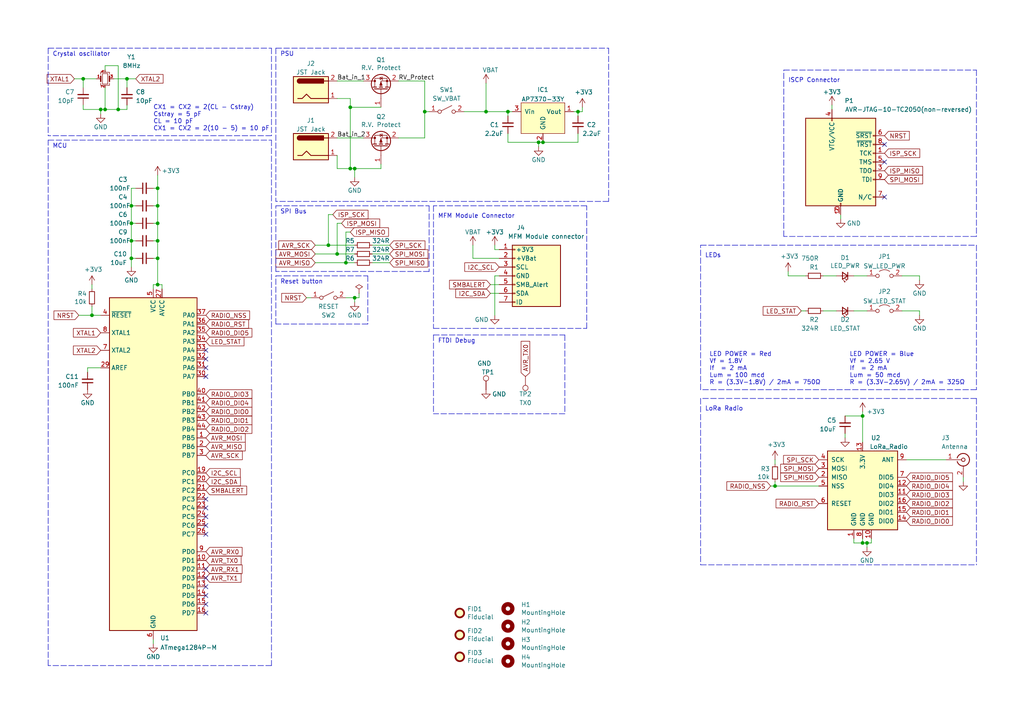
<source format=kicad_sch>
(kicad_sch (version 20211123) (generator eeschema)
  (paper "A4")
  (title_block (title "MFM Brain board") (date "2022-02-10") (rev "v3.7") (company "Senwize B.V."))
  (lib_symbols
    (symbol "Connector:Conn_Coaxial" (pin_names (offset 1.016) hide)
      (property "Reference" "J" (at 0.254 3.048 0))
      (property "Value" "Conn_Coaxial" (at 2.921 0 90))
      (symbol "Conn_Coaxial_1_1"
        (pin passive line (at -5.08 0 0) (length 2.54) (name "In") (number "1"))
        (pin passive line (at 0 -5.08 90) (length 2.54) (name "Ext") (number "2"))
      )
    )
    (symbol "Connector:TestPoint" (pin_numbers hide) (pin_names (offset 0.762) hide)
      (property "Reference" "TP" (at 0 6.858 0))
      (property "Value" "TestPoint" (at 0 5.08 0))
      (symbol "TestPoint_1_1"
        (pin passive line (at 0 0 90) (length 2.54) (name "1") (number "1"))
      )
    )
    (symbol "Device:C_Small" (pin_numbers hide) (pin_names (offset 0.254) hide)
      (property "Reference" "C" (at 0.254 1.778 0))
      (property "Value" "C_Small" (at 0.254 -2.032 0))
      (symbol "C_Small_1_1"
        (pin passive line (at 0 2.54 270) (length 2.032) (name "~") (number "1"))
        (pin passive line (at 0 -2.54 90) (length 2.032) (name "~") (number "2"))
      )
    )
    (symbol "Device:Crystal_GND24_Small" (pin_names (offset 1.016) hide)
      (property "Reference" "Y" (at 1.27 4.445 0))
      (property "Value" "Crystal_GND24_Small" (at 1.27 2.54 0))
      (symbol "Crystal_GND24_Small_1_1"
        (pin passive line (at -2.54 0 0) (length 1.27) (name "1") (number "1"))
        (pin passive line (at 0 -2.54 90) (length 0.635) (name "2") (number "2"))
        (pin passive line (at 2.54 0 180) (length 1.27) (name "3") (number "3"))
        (pin passive line (at 0 2.54 270) (length 0.635) (name "4") (number "4"))
      )
    )
    (symbol "Device:LED_Small" (pin_numbers hide) (pin_names (offset 0.254) hide)
      (property "Reference" "D" (at -1.27 3.175 0))
      (property "Value" "LED_Small" (at -4.445 -2.54 0))
      (symbol "LED_Small_1_1"
        (pin passive line (at -2.54 0 0) (length 1.778) (name "K") (number "1"))
        (pin passive line (at 2.54 0 180) (length 1.778) (name "A") (number "2"))
      )
    )
    (symbol "Device:Q_PMOS_GSD" (pin_names (offset 0) hide)
      (property "Reference" "Q" (at 5.08 1.27 0))
      (property "Value" "Q_PMOS_GSD" (at 5.08 -1.27 0))
      (symbol "Q_PMOS_GSD_1_1"
        (pin input line (at -5.08 0 0) (length 2.54) (name "G") (number "1"))
        (pin passive line (at 2.54 -5.08 90) (length 2.54) (name "S") (number "2"))
        (pin passive line (at 2.54 5.08 270) (length 2.54) (name "D") (number "3"))
      )
    )
    (symbol "Device:R_Small" (pin_numbers hide) (pin_names (offset 0.254) hide)
      (property "Reference" "R" (at 0.762 0.508 0))
      (property "Value" "R_Small" (at 0.762 -1.016 0))
      (symbol "R_Small_1_1"
        (pin passive line (at 0 2.54 270) (length 0.762) (name "~") (number "1"))
        (pin passive line (at 0 -2.54 90) (length 0.762) (name "~") (number "2"))
      )
    )
    (symbol "Jumper:Jumper_2_Open" (pin_names (offset 0) hide)
      (property "Reference" "JP" (at 0 2.794 0))
      (property "Value" "Jumper_2_Open" (at 0 -2.286 0))
      (symbol "Jumper_2_Open_1_1"
        (pin passive line (at -5.08 0 0) (length 2.54) (name "A") (number "1"))
        (pin passive line (at 5.08 0 180) (length 2.54) (name "B") (number "2"))
      )
    )
    (symbol "MCU_Microchip_ATmega:ATmega1284P-M"
      (property "Reference" "U" (at -12.7 49.53 0))
      (property "Value" "ATmega1284P-M" (at 2.54 -49.53 0))
      (symbol "ATmega1284P-M_1_1"
        (pin bidirectional line (at 15.24 7.62 180) (length 2.54) (name "PB5") (number "1"))
        (pin bidirectional line (at 15.24 -27.94 180) (length 2.54) (name "PD1") (number "10"))
        (pin bidirectional line (at 15.24 -30.48 180) (length 2.54) (name "PD2") (number "11"))
        (pin bidirectional line (at 15.24 -33.02 180) (length 2.54) (name "PD3") (number "12"))
        (pin bidirectional line (at 15.24 -35.56 180) (length 2.54) (name "PD4") (number "13"))
        (pin bidirectional line (at 15.24 -38.1 180) (length 2.54) (name "PD5") (number "14"))
        (pin bidirectional line (at 15.24 -40.64 180) (length 2.54) (name "PD6") (number "15"))
        (pin bidirectional line (at 15.24 -43.18 180) (length 2.54) (name "PD7") (number "16"))
        (pin passive line (at 0 50.8 270) (length 2.54) hide (name "VCC") (number "17"))
        (pin passive line (at 0 -50.8 90) (length 2.54) hide (name "GND") (number "18"))
        (pin bidirectional line (at 15.24 -2.54 180) (length 2.54) (name "PC0") (number "19"))
        (pin bidirectional line (at 15.24 5.08 180) (length 2.54) (name "PB6") (number "2"))
        (pin bidirectional line (at 15.24 -5.08 180) (length 2.54) (name "PC1") (number "20"))
        (pin bidirectional line (at 15.24 -7.62 180) (length 2.54) (name "PC2") (number "21"))
        (pin bidirectional line (at 15.24 -10.16 180) (length 2.54) (name "PC3") (number "22"))
        (pin bidirectional line (at 15.24 -12.7 180) (length 2.54) (name "PC4") (number "23"))
        (pin bidirectional line (at 15.24 -15.24 180) (length 2.54) (name "PC5") (number "24"))
        (pin bidirectional line (at 15.24 -17.78 180) (length 2.54) (name "PC6") (number "25"))
        (pin bidirectional line (at 15.24 -20.32 180) (length 2.54) (name "PC7") (number "26"))
        (pin power_in line (at 2.54 50.8 270) (length 2.54) (name "AVCC") (number "27"))
        (pin passive line (at 0 -50.8 90) (length 2.54) hide (name "GND") (number "28"))
        (pin passive line (at -15.24 27.94 0) (length 2.54) (name "AREF") (number "29"))
        (pin bidirectional line (at 15.24 2.54 180) (length 2.54) (name "PB7") (number "3"))
        (pin bidirectional line (at 15.24 25.4 180) (length 2.54) (name "PA7") (number "30"))
        (pin bidirectional line (at 15.24 27.94 180) (length 2.54) (name "PA6") (number "31"))
        (pin bidirectional line (at 15.24 30.48 180) (length 2.54) (name "PA5") (number "32"))
        (pin bidirectional line (at 15.24 33.02 180) (length 2.54) (name "PA4") (number "33"))
        (pin bidirectional line (at 15.24 35.56 180) (length 2.54) (name "PA3") (number "34"))
        (pin bidirectional line (at 15.24 38.1 180) (length 2.54) (name "PA2") (number "35"))
        (pin bidirectional line (at 15.24 40.64 180) (length 2.54) (name "PA1") (number "36"))
        (pin bidirectional line (at 15.24 43.18 180) (length 2.54) (name "PA0") (number "37"))
        (pin passive line (at 0 50.8 270) (length 2.54) hide (name "VCC") (number "38"))
        (pin passive line (at 0 -50.8 90) (length 2.54) hide (name "GND") (number "39"))
        (pin input line (at -15.24 43.18 0) (length 2.54) (name "~{RESET}") (number "4"))
        (pin bidirectional line (at 15.24 20.32 180) (length 2.54) (name "PB0") (number "40"))
        (pin bidirectional line (at 15.24 17.78 180) (length 2.54) (name "PB1") (number "41"))
        (pin bidirectional line (at 15.24 15.24 180) (length 2.54) (name "PB2") (number "42"))
        (pin bidirectional line (at 15.24 12.7 180) (length 2.54) (name "PB3") (number "43"))
        (pin bidirectional line (at 15.24 10.16 180) (length 2.54) (name "PB4") (number "44"))
        (pin passive line (at 0 -50.8 90) (length 2.54) hide (name "GND") (number "45"))
        (pin power_in line (at 0 50.8 270) (length 2.54) (name "VCC") (number "5"))
        (pin power_in line (at 0 -50.8 90) (length 2.54) (name "GND") (number "6"))
        (pin output line (at -15.24 33.02 0) (length 2.54) (name "XTAL2") (number "7"))
        (pin input line (at -15.24 38.1 0) (length 2.54) (name "XTAL1") (number "8"))
        (pin bidirectional line (at 15.24 -25.4 180) (length 2.54) (name "PD0") (number "9"))
      )
    )
    (symbol "Mechanical:Fiducial"
      (property "Reference" "FID" (at 0 5.08 0))
      (property "Value" "Fiducial" (at 0 3.175 0))
    )
    (symbol "Mechanical:MountingHole" (pin_names (offset 1.016))
      (property "Reference" "H" (at 0 5.08 0))
      (property "Value" "MountingHole" (at 0 3.175 0))
    )
    (symbol "RF_Module:RFM95W-868S2" (pin_names (offset 1.016))
      (property "Reference" "U" (at -10.414 11.684 0))
      (property "Value" "RFM95W-868S2" (at 1.524 11.43 0))
      (symbol "RFM95W-868S2_1_1"
        (pin power_in line (at -2.54 -15.24 90) (length 2.54) (name "GND") (number "1"))
        (pin power_in line (at 2.54 -15.24 90) (length 2.54) (name "GND") (number "10"))
        (pin bidirectional line (at 12.7 -2.54 180) (length 2.54) (name "DIO3") (number "11"))
        (pin bidirectional line (at 12.7 0 180) (length 2.54) (name "DIO4") (number "12"))
        (pin power_in line (at 0 12.7 270) (length 2.54) (name "3.3V") (number "13"))
        (pin bidirectional line (at 12.7 -10.16 180) (length 2.54) (name "DIO0") (number "14"))
        (pin bidirectional line (at 12.7 -7.62 180) (length 2.54) (name "DIO1") (number "15"))
        (pin bidirectional line (at 12.7 -5.08 180) (length 2.54) (name "DIO2") (number "16"))
        (pin output line (at -12.7 2.54 0) (length 2.54) (name "MISO") (number "2"))
        (pin input line (at -12.7 5.08 0) (length 2.54) (name "MOSI") (number "3"))
        (pin input line (at -12.7 7.62 0) (length 2.54) (name "SCK") (number "4"))
        (pin input line (at -12.7 0 0) (length 2.54) (name "NSS") (number "5"))
        (pin bidirectional line (at -12.7 -5.08 0) (length 2.54) (name "RESET") (number "6"))
        (pin bidirectional line (at 12.7 2.54 180) (length 2.54) (name "DIO5") (number "7"))
        (pin power_in line (at 0 -15.24 90) (length 2.54) (name "GND") (number "8"))
        (pin bidirectional line (at 12.7 7.62 180) (length 2.54) (name "ANT") (number "9"))
      )
    )
    (symbol "Switch:SW_SPST" (pin_names (offset 0) hide)
      (property "Reference" "SW" (at 0 3.175 0))
      (property "Value" "SW_SPST" (at 0 -2.54 0))
      (symbol "SW_SPST_1_1"
        (pin passive line (at -5.08 0 0) (length 2.54) (name "A") (number "1"))
        (pin passive line (at 5.08 0 180) (length 2.54) (name "B") (number "2"))
      )
    )
    (symbol "Tag-Connect:AVR-JTAG-10-TC2050(non-reversed)" (pin_names (offset 1.016))
      (property "Reference" "P" (at 3.81 16.51 0))
      (property "Value" "AVR-JTAG-10-TC2050(non-reversed)" (at 1.27 13.97 0))
      (symbol "AVR-JTAG-10-TC2050(non-reversed)_1_1"
        (pin passive line (at 12.7 2.54 180) (length 2.54) (name "TCK") (number "1"))
        (pin passive line (at 0 -15.24 90) (length 2.54) (name "GND") (number "10"))
        (pin passive line (at 0 -15.24 90) (length 2.54) (name "GND") (number "2"))
        (pin passive line (at 12.7 -2.54 180) (length 2.54) (name "TDO") (number "3"))
        (pin passive line (at -2.54 15.24 270) (length 2.54) (name "VTG/VCC") (number "4"))
        (pin passive line (at 12.7 0 180) (length 2.54) (name "TMS") (number "5"))
        (pin passive line (at 12.7 7.62 180) (length 2.54) (name "~{SRST}") (number "6"))
        (pin passive line (at 12.7 -10.16 180) (length 2.54) (name "N/C") (number "7"))
        (pin passive line (at 12.7 5.08 180) (length 2.54) (name "~{TRST}") (number "8"))
        (pin passive line (at 12.7 -5.08 180) (length 2.54) (name "TDI") (number "9"))
      )
    )
    (symbol "custom_library:AP7370-33Y" (pin_names (offset 1.016))
      (property "Reference" "IC" (at -5.08 5.08 0))
      (property "Value" "AP7370-33Y" (at 6.35 5.08 0))
      (symbol "AP7370-33Y_1_1"
        (pin power_out line (at 8.89 1.27 180) (length 2.54) (name "Vout") (number "1"))
        (pin power_in line (at 0 -7.62 90) (length 2.54) (name "GND") (number "2"))
        (pin power_in line (at -8.89 1.27 0) (length 2.54) (name "Vin") (number "3"))
      )
    )
    (symbol "custom_library:MFM Module connector" (pin_names (offset 1.016))
      (property "Reference" "J" (at 0 10.16 0))
      (property "Value" "MFM Module connector" (at 2.54 10.16 0))
      (symbol "MFM Module connector_1_1"
        (pin passive line (at -5.08 7.62 0) (length 3.81) (name "+3V3") (number "1"))
        (pin passive line (at -5.08 5.08 0) (length 3.81) (name "+VBat") (number "2"))
        (pin passive line (at -5.08 2.54 0) (length 3.81) (name "SCL") (number "3"))
        (pin passive line (at -5.08 0 0) (length 3.81) (name "GND") (number "4"))
        (pin passive line (at -5.08 -2.54 0) (length 3.81) (name "SMB_Alert") (number "5"))
        (pin passive line (at -5.08 -5.08 0) (length 3.81) (name "SDA") (number "6"))
        (pin passive line (at -5.08 -7.62 0) (length 3.81) (name "ID") (number "7"))
      )
    )
    (symbol "mfm-v3-smd-rescue:JST_Jack-Connector" (pin_names (offset 1.016))
      (property "Reference" "J" (at 0 5.334 0))
      (property "Value" "JST_Jack-Connector" (at 0 -5.08 0))
      (symbol "JST_Jack-Connector_1_1"
        (pin passive line (at 7.62 -2.54 180) (length 2.54) (name "~") (number "1"))
        (pin passive line (at 7.62 2.54 180) (length 2.54) (name "~") (number "2"))
      )
    )
    (symbol "power:+3.3V" (power) (pin_names (offset 0))
      (property "Value" "+3.3V" (at 0 3.556 0))
      (symbol "+3.3V_1_1"
        (pin power_in line (at 0 0 90) (length 0) hide (name "+3V3") (number "1"))
      )
    )
    (symbol "power:GND" (power) (pin_names (offset 0))
      (property "Value" "GND" (at 0 -3.81 0))
      (symbol "GND_1_1"
        (pin power_in line (at 0 0 270) (length 0) hide (name "GND") (number "1"))
      )
    )
    (symbol "power:PWR_FLAG" (power) (pin_numbers hide) (pin_names (offset 0) hide)
      (property "Value" "PWR_FLAG" (at 0 3.81 0))
      (symbol "PWR_FLAG_0_0"
        (pin power_out line (at 0 0 90) (length 0) (name "pwr") (number "1"))
      )
    )
    (symbol "project:VBAT" (power) (pin_numbers hide) (pin_names (offset 0) hide)
      (property "Value" "VBAT" (at 0 3.556 0))
      (symbol "VBAT_1_1"
        (pin power_in line (at 0 0 90) (length 0) hide (name "VBAT") (number "1"))
      )
    )
  )
  (junction (at 224.79 140.97))
  (junction (at 101.6 31.115))
  (junction (at 30.48 31.75))
  (junction (at 100.33 76.2))
  (junction (at 34.29 31.75))
  (junction (at 38.1 64.77))
  (junction (at 29.21 31.75))
  (junction (at 38.1 74.93))
  (junction (at 250.19 157.48))
  (junction (at 102.87 48.895))
  (junction (at 250.19 120.65))
  (junction (at 147.32 32.385))
  (junction (at 157.48 41.275))
  (junction (at 101.6 48.895))
  (junction (at 251.46 157.48))
  (junction (at 45.72 54.61))
  (junction (at 24.13 22.86))
  (junction (at 38.1 69.85))
  (junction (at 36.83 22.86))
  (junction (at 156.21 41.275))
  (junction (at 45.72 69.85))
  (junction (at 167.64 32.385))
  (junction (at 140.97 32.385))
  (junction (at 45.72 82.55))
  (junction (at 95.25 71.12))
  (junction (at 97.79 73.66))
  (junction (at 26.67 91.44))
  (junction (at 102.87 86.36))
  (junction (at 45.72 64.77))
  (junction (at 123.19 32.385))
  (junction (at 45.72 74.93))
  (junction (at 38.1 59.69))
  (junction (at 45.72 59.69))
  (no_connect (at 59.69 101.6))
  (no_connect (at 59.69 104.14))
  (no_connect (at 59.69 147.32))
  (no_connect (at 59.69 109.22))
  (no_connect (at 256.54 41.91))
  (no_connect (at 256.54 57.15))
  (no_connect (at 256.54 46.99))
  (no_connect (at 59.69 165.1))
  (no_connect (at 59.69 175.26))
  (no_connect (at 59.69 170.18))
  (no_connect (at 59.69 177.8))
  (no_connect (at 59.69 149.86))
  (no_connect (at 59.69 167.64))
  (no_connect (at 59.69 154.94))
  (no_connect (at 59.69 106.68))
  (no_connect (at 59.69 172.72))
  (no_connect (at 59.69 152.4))
  (no_connect (at 59.69 144.78))
  (wire (pts (xy 95.25 71.12) (xy 102.87 71.12)))
  (polyline (pts (xy 13.97 13.97) (xy 13.97 39.37)))
  (wire (pts (xy 45.72 82.55) (xy 46.99 82.55)))
  (wire (pts (xy 137.16 74.93) (xy 144.78 74.93)))
  (wire (pts (xy 261.62 80.01) (xy 266.7 80.01)))
  (polyline (pts (xy 124.46 78.74) (xy 80.01 78.74)))
  (wire (pts (xy 143.51 72.39) (xy 144.78 72.39)))
  (wire (pts (xy 36.83 30.48) (xy 36.83 31.75)))
  (polyline (pts (xy 80.01 93.98) (xy 80.01 80.01)))
  (wire (pts (xy 148.59 32.385) (xy 147.32 32.385)))
  (wire (pts (xy 100.33 67.31) (xy 100.33 76.2)))
  (wire (pts (xy 97.79 23.495) (xy 105.41 23.495)))
  (wire (pts (xy 36.83 22.86) (xy 36.83 25.4)))
  (wire (pts (xy 45.72 59.69) (xy 44.45 59.69)))
  (wire (pts (xy 38.1 54.61) (xy 38.1 59.69)))
  (wire (pts (xy 252.73 157.48) (xy 252.73 156.21)))
  (wire (pts (xy 224.79 139.7) (xy 224.79 140.97)))
  (wire (pts (xy 147.32 38.735) (xy 147.32 41.275)))
  (wire (pts (xy 115.57 40.005) (xy 123.19 40.005)))
  (wire (pts (xy 39.37 54.61) (xy 38.1 54.61)))
  (wire (pts (xy 45.72 74.93) (xy 45.72 82.55)))
  (wire (pts (xy 142.24 85.09) (xy 144.78 85.09)))
  (wire (pts (xy 39.37 22.86) (xy 36.83 22.86)))
  (wire (pts (xy 156.21 41.275) (xy 157.48 41.275)))
  (wire (pts (xy 140.97 32.385) (xy 147.32 32.385)))
  (wire (pts (xy 123.19 32.385) (xy 123.19 23.495)))
  (polyline (pts (xy 106.68 93.98) (xy 80.01 93.98)))
  (wire (pts (xy 262.89 133.35) (xy 274.32 133.35)))
  (wire (pts (xy 250.19 157.48) (xy 251.46 157.48)))
  (wire (pts (xy 247.65 90.17) (xy 251.46 90.17)))
  (polyline (pts (xy 283.21 115.57) (xy 203.2 115.57)))
  (wire (pts (xy 44.45 185.42) (xy 44.45 186.69)))
  (polyline (pts (xy 78.74 40.64) (xy 78.74 193.04)))
  (wire (pts (xy 30.48 19.05) (xy 34.29 19.05)))
  (wire (pts (xy 101.6 28.575) (xy 101.6 31.115)))
  (wire (pts (xy 33.02 22.86) (xy 36.83 22.86)))
  (wire (pts (xy 24.13 30.48) (xy 24.13 31.75)))
  (wire (pts (xy 261.62 90.17) (xy 266.7 90.17)))
  (wire (pts (xy 157.48 41.275) (xy 167.64 41.275)))
  (wire (pts (xy 147.32 41.275) (xy 156.21 41.275)))
  (polyline (pts (xy 124.46 59.69) (xy 124.46 78.74)))
  (polyline (pts (xy 13.97 193.04) (xy 13.97 40.64)))
  (polyline (pts (xy 106.68 80.01) (xy 106.68 93.98)))
  (wire (pts (xy 251.46 80.01) (xy 247.65 80.01)))
  (wire (pts (xy 140.97 24.13) (xy 140.97 32.385)))
  (polyline (pts (xy 283.21 71.12) (xy 283.21 113.03)))
  (wire (pts (xy 29.21 31.75) (xy 30.48 31.75)))
  (polyline (pts (xy 203.2 163.83) (xy 283.21 163.83)))
  (wire (pts (xy 101.6 31.115) (xy 101.6 48.895)))
  (wire (pts (xy 97.79 73.66) (xy 102.87 73.66)))
  (wire (pts (xy 38.1 59.69) (xy 38.1 64.77)))
  (wire (pts (xy 46.99 82.55) (xy 46.99 83.82)))
  (wire (pts (xy 247.65 157.48) (xy 247.65 156.21)))
  (wire (pts (xy 250.19 119.38) (xy 250.19 120.65)))
  (wire (pts (xy 243.84 62.23) (xy 243.84 63.5)))
  (wire (pts (xy 143.51 71.12) (xy 143.51 72.39)))
  (wire (pts (xy 250.19 156.21) (xy 250.19 157.48)))
  (wire (pts (xy 266.7 90.17) (xy 266.7 91.44)))
  (wire (pts (xy 22.86 91.44) (xy 26.67 91.44)))
  (wire (pts (xy 30.48 20.32) (xy 30.48 19.05)))
  (polyline (pts (xy 227.33 68.58) (xy 227.33 20.32)))
  (wire (pts (xy 156.21 41.275) (xy 156.21 42.545)))
  (wire (pts (xy 104.14 85.09) (xy 104.14 86.36)))
  (wire (pts (xy 39.37 74.93) (xy 38.1 74.93)))
  (wire (pts (xy 38.1 69.85) (xy 38.1 74.93)))
  (polyline (pts (xy 80.01 59.69) (xy 124.46 59.69)))
  (wire (pts (xy 100.33 86.36) (xy 102.87 86.36)))
  (wire (pts (xy 102.87 48.895) (xy 102.87 51.435)))
  (wire (pts (xy 27.94 22.86) (xy 24.13 22.86)))
  (wire (pts (xy 134.62 32.385) (xy 140.97 32.385)))
  (polyline (pts (xy 170.18 59.69) (xy 125.73 59.69)))
  (wire (pts (xy 110.49 48.895) (xy 110.49 47.625)))
  (wire (pts (xy 123.19 32.385) (xy 123.19 40.005)))
  (polyline (pts (xy 163.83 120.015) (xy 125.73 120.015)))
  (polyline (pts (xy 80.01 13.97) (xy 176.53 13.97)))
  (wire (pts (xy 26.67 91.44) (xy 29.21 91.44)))
  (wire (pts (xy 251.46 158.75) (xy 251.46 157.48)))
  (wire (pts (xy 224.79 140.97) (xy 223.52 140.97)))
  (wire (pts (xy 97.79 48.895) (xy 101.6 48.895)))
  (wire (pts (xy 233.68 90.17) (xy 232.41 90.17)))
  (wire (pts (xy 279.4 138.43) (xy 279.4 139.7)))
  (wire (pts (xy 137.16 71.12) (xy 137.16 74.93)))
  (wire (pts (xy 167.64 38.735) (xy 167.64 41.275)))
  (polyline (pts (xy 125.73 97.155) (xy 125.73 120.015)))
  (wire (pts (xy 224.79 140.97) (xy 237.49 140.97)))
  (wire (pts (xy 97.79 45.085) (xy 97.79 48.895)))
  (wire (pts (xy 107.95 71.12) (xy 113.03 71.12)))
  (wire (pts (xy 24.13 31.75) (xy 29.21 31.75)))
  (wire (pts (xy 44.45 64.77) (xy 45.72 64.77)))
  (polyline (pts (xy 78.74 13.97) (xy 78.74 39.37)))
  (wire (pts (xy 97.79 64.77) (xy 97.79 73.66)))
  (wire (pts (xy 100.33 67.31) (xy 101.6 67.31)))
  (wire (pts (xy 238.76 90.17) (xy 242.57 90.17)))
  (wire (pts (xy 115.57 23.495) (xy 123.19 23.495)))
  (wire (pts (xy 44.45 54.61) (xy 45.72 54.61)))
  (polyline (pts (xy 82.55 80.01) (xy 106.68 80.01)))
  (wire (pts (xy 29.21 33.02) (xy 29.21 31.75)))
  (wire (pts (xy 245.11 125.73) (xy 245.11 127)))
  (wire (pts (xy 44.45 74.93) (xy 45.72 74.93)))
  (wire (pts (xy 228.6 78.74) (xy 228.6 80.01)))
  (polyline (pts (xy 125.73 97.155) (xy 163.83 97.155)))
  (wire (pts (xy 143.51 80.01) (xy 144.78 80.01)))
  (wire (pts (xy 251.46 157.48) (xy 252.73 157.48)))
  (polyline (pts (xy 125.73 95.25) (xy 170.18 95.25)))
  (wire (pts (xy 250.19 157.48) (xy 247.65 157.48)))
  (wire (pts (xy 24.13 22.86) (xy 24.13 25.4)))
  (polyline (pts (xy 170.18 95.25) (xy 170.18 59.69)))
  (wire (pts (xy 25.4 106.68) (xy 25.4 107.95)))
  (wire (pts (xy 241.3 30.48) (xy 241.3 31.75)))
  (wire (pts (xy 38.1 64.77) (xy 38.1 69.85)))
  (wire (pts (xy 24.13 22.86) (xy 21.59 22.86)))
  (wire (pts (xy 30.48 31.75) (xy 34.29 31.75)))
  (wire (pts (xy 228.6 80.01) (xy 233.68 80.01)))
  (wire (pts (xy 34.29 31.75) (xy 36.83 31.75)))
  (wire (pts (xy 38.1 64.77) (xy 39.37 64.77)))
  (wire (pts (xy 34.29 19.05) (xy 34.29 31.75)))
  (wire (pts (xy 96.52 62.23) (xy 95.25 62.23)))
  (wire (pts (xy 45.72 54.61) (xy 45.72 59.69)))
  (wire (pts (xy 266.7 80.01) (xy 266.7 81.28)))
  (wire (pts (xy 168.91 32.385) (xy 168.91 31.115)))
  (wire (pts (xy 147.32 32.385) (xy 147.32 33.655)))
  (wire (pts (xy 25.4 106.68) (xy 29.21 106.68)))
  (wire (pts (xy 44.45 69.85) (xy 45.72 69.85)))
  (wire (pts (xy 101.6 31.115) (xy 110.49 31.115)))
  (polyline (pts (xy 203.2 115.57) (xy 203.2 163.83)))
  (wire (pts (xy 142.24 82.55) (xy 144.78 82.55)))
  (wire (pts (xy 45.72 69.85) (xy 45.72 74.93)))
  (polyline (pts (xy 80.01 78.74) (xy 80.01 59.69)))
  (wire (pts (xy 250.19 120.65) (xy 250.19 128.27)))
  (polyline (pts (xy 125.73 59.69) (xy 125.73 95.25)))
  (wire (pts (xy 102.87 86.36) (xy 102.87 87.63)))
  (polyline (pts (xy 283.21 68.58) (xy 227.33 68.58)))
  (wire (pts (xy 91.44 73.66) (xy 97.79 73.66)))
  (polyline (pts (xy 283.21 115.57) (xy 283.21 163.83)))
  (polyline (pts (xy 13.97 40.64) (xy 78.74 40.64)))
  (polyline (pts (xy 78.74 193.04) (xy 13.97 193.04)))
  (wire (pts (xy 44.45 82.55) (xy 45.72 82.55)))
  (wire (pts (xy 88.9 86.36) (xy 90.17 86.36)))
  (wire (pts (xy 91.44 71.12) (xy 95.25 71.12)))
  (polyline (pts (xy 203.2 113.03) (xy 203.2 71.12)))
  (polyline (pts (xy 283.21 20.32) (xy 283.21 68.58)))
  (wire (pts (xy 45.72 64.77) (xy 45.72 69.85)))
  (polyline (pts (xy 13.97 13.97) (xy 78.74 13.97)))
  (polyline (pts (xy 78.74 39.37) (xy 13.97 39.37)))
  (wire (pts (xy 143.51 91.44) (xy 143.51 80.01)))
  (wire (pts (xy 166.37 32.385) (xy 167.64 32.385)))
  (wire (pts (xy 45.72 64.77) (xy 45.72 59.69)))
  (polyline (pts (xy 176.53 58.42) (xy 80.01 58.42)))
  (wire (pts (xy 245.11 120.65) (xy 250.19 120.65)))
  (wire (pts (xy 102.87 48.895) (xy 110.49 48.895)))
  (wire (pts (xy 107.95 76.2) (xy 113.03 76.2)))
  (wire (pts (xy 30.48 25.4) (xy 30.48 31.75)))
  (polyline (pts (xy 283.21 113.03) (xy 203.2 113.03)))
  (wire (pts (xy 242.57 80.01) (xy 238.76 80.01)))
  (polyline (pts (xy 80.01 13.97) (xy 80.01 58.42)))
  (wire (pts (xy 38.1 74.93) (xy 38.1 77.47)))
  (wire (pts (xy 39.37 59.69) (xy 38.1 59.69)))
  (wire (pts (xy 167.64 32.385) (xy 168.91 32.385)))
  (polyline (pts (xy 203.2 71.12) (xy 283.21 71.12)))
  (wire (pts (xy 100.33 76.2) (xy 102.87 76.2)))
  (wire (pts (xy 99.06 64.77) (xy 97.79 64.77)))
  (wire (pts (xy 101.6 48.895) (xy 102.87 48.895)))
  (polyline (pts (xy 176.53 13.97) (xy 176.53 58.42)))
  (wire (pts (xy 39.37 69.85) (xy 38.1 69.85)))
  (polyline (pts (xy 227.33 20.32) (xy 283.21 20.32)))
  (wire (pts (xy 44.45 83.82) (xy 44.45 82.55)))
  (wire (pts (xy 167.64 32.385) (xy 167.64 33.655)))
  (wire (pts (xy 113.03 73.66) (xy 107.95 73.66)))
  (wire (pts (xy 26.67 82.55) (xy 26.67 83.82)))
  (wire (pts (xy 26.67 88.9) (xy 26.67 91.44)))
  (wire (pts (xy 123.19 32.385) (xy 124.46 32.385)))
  (wire (pts (xy 97.79 28.575) (xy 101.6 28.575)))
  (polyline (pts (xy 163.83 97.155) (xy 163.83 120.015)))
  (wire (pts (xy 104.14 86.36) (xy 102.87 86.36)))
  (wire (pts (xy 45.72 50.8) (xy 45.72 54.61)))
  (wire (pts (xy 91.44 76.2) (xy 100.33 76.2)))
  (wire (pts (xy 95.25 62.23) (xy 95.25 71.12)))
  (polyline (pts (xy 80.01 80.01) (xy 82.55 80.01)))
  (wire (pts (xy 224.79 133.35) (xy 224.79 134.62)))
  (wire (pts (xy 97.79 40.005) (xy 105.41 40.005)))
  (text "LED POWER = Blue\nVf = 2.65 V\nIf  = 2 mA\nLum = 50 mcd\nR = (3.3V-2.65V) / 2mA = 325Ω" (at 246.38 111.76 0) (effects (font (size 1.27 1.27)) (justify left bottom)))
  (text "LEDs" (at 204.47 74.93 0) (effects (font (size 1.27 1.27)) (justify left bottom)))
  (text "SPI Bus" (at 81.28 62.23 0) (effects (font (size 1.27 1.27)) (justify left bottom)))
  (text "LoRa Radio" (at 204.47 119.38 0) (effects (font (size 1.27 1.27)) (justify left bottom)))
  (text "Crystal oscillator" (at 15.24 16.51 0) (effects (font (size 1.27 1.27)) (justify left bottom)))
  (text "ISCP Connector" (at 228.6 24.13 0) (effects (font (size 1.27 1.27)) (justify left bottom)))
  (text "CX1 = CX2 = 2(CL - Cstray)\nCstray = 5 pF\nCL = 10 pF\nCX1 = CX2 = 2(10 - 5) = 10 pF" (at 44.45 38.1 0) (effects (font (size 1.27 1.27)) (justify left bottom)))
  (text "PSU" (at 81.28 16.51 0) (effects (font (size 1.27 1.27)) (justify left bottom)))
  (text "Reset button" (at 81.28 82.55 0) (effects (font (size 1.27 1.27)) (justify left bottom)))
  (text "FTDI Debug" (at 127 99.695 0) (effects (font (size 1.27 1.27)) (justify left bottom)))
  (text "LED POWER = Red\nVf = 1.8V\nIf  = 2 mA\nLum = 100 mcd\nR = (3.3V-1.8V) / 2mA = 750Ω" (at 205.74 111.76 0) (effects (font (size 1.27 1.27)) (justify left bottom)))
  (text "MFM Module Connector" (at 127 63.5 0) (effects (font (size 1.27 1.27)) (justify left bottom)))
  (text "MCU" (at 15.24 43.18 0) (effects (font (size 1.27 1.27)) (justify left bottom)))
  (label "RV_Protect" (at 115.57 23.495 0))
  (label "Bat_in_1" (at 97.79 23.495 0))
  (label "Bat_in_2" (at 97.79 40.005 0))
  (global_label "SMBALERT" (shape input) (at 142.24 82.55 180) (property "Intersheet References" "${INTERSHEET_REFS}" (effects hide)))
  (global_label "SPI_MOSI" (shape input) (at 113.03 73.66 0) (property "Intersheet References" "${INTERSHEET_REFS}" (effects hide)))
  (global_label "XTAL1" (shape input) (at 29.21 96.52 180) (property "Intersheet References" "${INTERSHEET_REFS}" (effects hide)))
  (global_label "RADIO_DIO5" (shape input) (at 262.89 138.43 0) (property "Intersheet References" "${INTERSHEET_REFS}" (effects hide)))
  (global_label "I2C_SDA" (shape input) (at 59.69 139.7 0) (property "Intersheet References" "${INTERSHEET_REFS}" (effects hide)))
  (global_label "ISP_MOSI" (shape input) (at 99.06 64.77 0) (property "Intersheet References" "${INTERSHEET_REFS}" (effects hide)))
  (global_label "NRST" (shape input) (at 88.9 86.36 180) (property "Intersheet References" "${INTERSHEET_REFS}" (effects hide)))
  (global_label "RADIO_NSS" (shape input) (at 59.69 91.44 0) (property "Intersheet References" "${INTERSHEET_REFS}" (effects hide)))
  (global_label "LED_STAT" (shape input) (at 59.69 99.06 0) (property "Intersheet References" "${INTERSHEET_REFS}" (effects hide)))
  (global_label "RADIO_DIO5" (shape input) (at 59.69 96.52 0) (property "Intersheet References" "${INTERSHEET_REFS}" (effects hide)))
  (global_label "RADIO_NSS" (shape input) (at 223.52 140.97 180) (property "Intersheet References" "${INTERSHEET_REFS}" (effects hide)))
  (global_label "I2C_SDA" (shape input) (at 142.24 85.09 180) (property "Intersheet References" "${INTERSHEET_REFS}" (effects hide)))
  (global_label "RADIO_DIO2" (shape input) (at 59.69 124.46 0) (property "Intersheet References" "${INTERSHEET_REFS}" (effects hide)))
  (global_label "ISP_MISO" (shape input) (at 101.6 67.31 0) (property "Intersheet References" "${INTERSHEET_REFS}" (effects hide)))
  (global_label "XTAL2" (shape input) (at 29.21 101.6 180) (property "Intersheet References" "${INTERSHEET_REFS}" (effects hide)))
  (global_label "RADIO_RST" (shape input) (at 237.49 146.05 180) (property "Intersheet References" "${INTERSHEET_REFS}" (effects hide)))
  (global_label "RADIO_DIO3" (shape input) (at 59.69 114.3 0) (property "Intersheet References" "${INTERSHEET_REFS}" (effects hide)))
  (global_label "RADIO_DIO3" (shape input) (at 262.89 143.51 0) (property "Intersheet References" "${INTERSHEET_REFS}" (effects hide)))
  (global_label "AVR_MISO" (shape input) (at 91.44 76.2 180) (property "Intersheet References" "${INTERSHEET_REFS}" (effects hide)))
  (global_label "RADIO_DIO2" (shape input) (at 262.89 146.05 0) (property "Intersheet References" "${INTERSHEET_REFS}" (effects hide)))
  (global_label "ISP_SCK" (shape input) (at 256.54 44.45 0) (property "Intersheet References" "${INTERSHEET_REFS}" (effects hide)))
  (global_label "AVR_RX1" (shape input) (at 59.69 165.1 0) (property "Intersheet References" "${INTERSHEET_REFS}" (effects hide)))
  (global_label "RADIO_DIO0" (shape input) (at 262.89 151.13 0) (property "Intersheet References" "${INTERSHEET_REFS}" (effects hide)))
  (global_label "AVR_MOSI" (shape input) (at 91.44 73.66 180) (property "Intersheet References" "${INTERSHEET_REFS}" (effects hide)))
  (global_label "XTAL1" (shape input) (at 21.59 22.86 180) (property "Intersheet References" "${INTERSHEET_REFS}" (effects hide)))
  (global_label "SPI_MISO" (shape input) (at 237.49 138.43 180) (property "Intersheet References" "${INTERSHEET_REFS}" (effects hide)))
  (global_label "SMBALERT" (shape input) (at 59.69 142.24 0) (property "Intersheet References" "${INTERSHEET_REFS}" (effects hide)))
  (global_label "SPI_MOSI" (shape input) (at 237.49 135.89 180) (property "Intersheet References" "${INTERSHEET_REFS}" (effects hide)))
  (global_label "AVR_MOSI" (shape input) (at 59.69 127 0) (property "Intersheet References" "${INTERSHEET_REFS}" (effects hide)))
  (global_label "RADIO_DIO1" (shape input) (at 262.89 148.59 0) (property "Intersheet References" "${INTERSHEET_REFS}" (effects hide)))
  (global_label "SPI_MOSI" (shape input) (at 256.54 52.07 0) (property "Intersheet References" "${INTERSHEET_REFS}" (effects hide)))
  (global_label "RADIO_DIO4" (shape input) (at 59.69 116.84 0) (property "Intersheet References" "${INTERSHEET_REFS}" (effects hide)))
  (global_label "AVR_TX1" (shape input) (at 59.69 167.64 0) (property "Intersheet References" "${INTERSHEET_REFS}" (effects hide)))
  (global_label "RADIO_DIO1" (shape input) (at 59.69 121.92 0) (property "Intersheet References" "${INTERSHEET_REFS}" (effects hide)))
  (global_label "SPI_SCK" (shape input) (at 113.03 71.12 0) (property "Intersheet References" "${INTERSHEET_REFS}" (effects hide)))
  (global_label "RADIO_RST" (shape input) (at 59.69 93.98 0) (property "Intersheet References" "${INTERSHEET_REFS}" (effects hide)))
  (global_label "I2C_SCL" (shape input) (at 59.69 137.16 0) (property "Intersheet References" "${INTERSHEET_REFS}" (effects hide)))
  (global_label "ISP_MISO" (shape input) (at 256.54 49.53 0) (property "Intersheet References" "${INTERSHEET_REFS}" (effects hide)))
  (global_label "RADIO_DIO0" (shape input) (at 59.69 119.38 0) (property "Intersheet References" "${INTERSHEET_REFS}" (effects hide)))
  (global_label "SPI_MISO" (shape input) (at 113.03 76.2 0) (property "Intersheet References" "${INTERSHEET_REFS}" (effects hide)))
  (global_label "XTAL2" (shape input) (at 39.37 22.86 0) (property "Intersheet References" "${INTERSHEET_REFS}" (effects hide)))
  (global_label "LED_STAT" (shape input) (at 232.41 90.17 180) (property "Intersheet References" "${INTERSHEET_REFS}" (effects hide)))
  (global_label "AVR_TX0" (shape input) (at 59.69 162.56 0) (property "Intersheet References" "${INTERSHEET_REFS}" (effects hide)))
  (global_label "ISP_SCK" (shape input) (at 96.52 62.23 0) (property "Intersheet References" "${INTERSHEET_REFS}" (effects hide)))
  (global_label "AVR_SCK" (shape input) (at 91.44 71.12 180) (property "Intersheet References" "${INTERSHEET_REFS}" (effects hide)))
  (global_label "SPI_SCK" (shape input) (at 237.49 133.35 180) (property "Intersheet References" "${INTERSHEET_REFS}" (effects hide)))
  (global_label "NRST" (shape input) (at 22.86 91.44 180) (property "Intersheet References" "${INTERSHEET_REFS}" (effects hide)))
  (global_label "AVR_SCK" (shape input) (at 59.69 132.08 0) (property "Intersheet References" "${INTERSHEET_REFS}" (effects hide)))
  (global_label "AVR_TX0" (shape input) (at 152.4 109.22 90) (property "Intersheet References" "${INTERSHEET_REFS}" (effects hide)))
  (global_label "AVR_RX0" (shape input) (at 59.69 160.02 0) (property "Intersheet References" "${INTERSHEET_REFS}" (effects hide)))
  (global_label "NRST" (shape input) (at 256.54 39.37 0) (property "Intersheet References" "${INTERSHEET_REFS}" (effects hide)))
  (global_label "I2C_SCL" (shape input) (at 144.78 77.47 180) (property "Intersheet References" "${INTERSHEET_REFS}" (effects hide)))
  (global_label "AVR_MISO" (shape input) (at 59.69 129.54 0) (property "Intersheet References" "${INTERSHEET_REFS}" (effects hide)))
  (global_label "RADIO_DIO4" (shape input) (at 262.89 140.97 0) (property "Intersheet References" "${INTERSHEET_REFS}" (effects hide)))
  (symbol (lib_id "Device:R_Small") (at 26.67 86.36 0) (mirror x) (unit 1)
    (property "Reference" "R4" (at 25.1968 85.1916 0) (effects (justify right)))
    (property "Value" "10k" (at 25.1968 87.503 0) (effects (justify right)))
    (property "Footprint" "custom_library_FP:R_0603_1608Metric_CRCW...C" (effects hide))
    (property "LCSC" "C25804" (effects hide))
    (property "MFR" "Vishay" (effects hide))
    (property "MFR#" "RCC060310K0FKEA" (effects hide))
    (property "LCSC_MFR" "UNI-ROYAL(Uniroyal Elec)" (effects hide))
    (property "LCSC_MFR#" "0603WAF1002T5E" (effects hide))
  )
  (symbol (lib_id "Device:C_Small") (at 41.91 69.85 90) (mirror x) (unit 1)
    (property "Reference" "C9" (at 34.29 67.31 90) (effects (justify right)))
    (property "Value" "100nF" (at 31.75 69.85 90) (effects (justify right)))
    (property "Footprint" "Capacitor_SMD:C_0603_1608Metric" (effects hide))
    (property "LCSC" "C14663" (effects hide))
    (property "LCSC_MFR#" "CC0603KRX7R9BB104" (effects hide))
    (property "MFR" "TDK" (effects hide))
    (property "MFR#" "C1608X7R1E104K080AA" (effects hide))
    (property "LCSC_MFR" "YAGEO" (effects hide))
  )
  (symbol (lib_id "power:GND") (at 38.1 77.47 0) (unit 1)
    (property "Reference" "#PWR030" (effects hide))
    (property "Value" "GND" (at 38.1 81.28 0))
  )
  (symbol (lib_id "Device:C_Small") (at 41.91 74.93 270) (mirror x) (unit 1)
    (property "Reference" "C10" (at 36.83 73.66 90) (effects (justify right)))
    (property "Value" "10uF" (at 36.83 76.2 90) (effects (justify right)))
    (property "Footprint" "Capacitor_SMD:C_0805_2012Metric_GRM21BR61E106MA73L" (effects hide))
    (property "LCSC" "C15850" (effects hide))
    (property "LCSC_MFR" "Samsung Electro-Mechanics" (effects hide))
    (property "LCSC_MFR#" "CL21A106KAYNNNE" (effects hide))
    (property "MFR" "Murata" (effects hide))
    (property "MFR#" "GRM21BR61E106MA73L" (effects hide))
  )
  (symbol (lib_id "Device:C_Small") (at 36.83 27.94 180) (unit 1)
    (property "Reference" "C8" (at 39.37 26.67 0) (effects (justify right)))
    (property "Value" "10pF" (at 39.37 29.21 0) (effects (justify right)))
    (property "Footprint" "Capacitor_SMD:C_0603_1608Metric" (effects hide))
    (property "LCSC" "C1648" (effects hide))
    (property "LCSC_MFR" "Samsung Electro-Mechanics" (effects hide))
    (property "LCSC_MFR#" "CL10C200JB8NNNC" (effects hide))
    (property "MFR" "Murata" (effects hide))
    (property "MFR#" "GRT0335C1E100GA02D" (effects hide))
  )
  (symbol (lib_id "Device:C_Small") (at 24.13 27.94 0) (mirror x) (unit 1)
    (property "Reference" "C7" (at 21.59 26.67 0) (effects (justify right)))
    (property "Value" "10pF" (at 21.59 29.21 0) (effects (justify right)))
    (property "Footprint" "Capacitor_SMD:C_0603_1608Metric" (effects hide))
    (property "LCSC" "C1648" (effects hide))
    (property "LCSC_MFR" "Samsung Electro-Mechanics" (effects hide))
    (property "LCSC_MFR#" "CL10C200JB8NNNC" (effects hide))
    (property "MFR" "Murata" (effects hide))
    (property "MFR#" "GRT0335C1E100GA02D" (effects hide))
  )
  (symbol (lib_id "power:GND") (at 29.21 33.02 0) (unit 1)
    (property "Reference" "#PWR027" (effects hide))
    (property "Value" "GND" (at 29.21 36.83 0))
  )
  (symbol (lib_id "Device:R_Small") (at 105.41 71.12 90) (mirror x) (unit 1)
    (property "Reference" "R5" (at 102.87 69.85 90) (effects (justify left)))
    (property "Value" "324R" (at 113.03 69.85 90) (effects (justify left)))
    (property "Footprint" "custom_library_FP:R_0603_1608Metric_CRCW...C" (effects hide))
    (property "LCSC" "C227819" (effects hide))
    (property "MFR" "Vishay" (effects hide))
    (property "MFR#" "CRCW0603324RFKEA" (effects hide))
    (property "LCSC_MFR" "YAGEO" (effects hide))
    (property "LCSC_MFR#" "AC0603FR-07324RL" (effects hide))
  )
  (symbol (lib_id "Device:R_Small") (at 105.41 73.66 90) (mirror x) (unit 1)
    (property "Reference" "R7" (at 102.87 72.39 90) (effects (justify left)))
    (property "Value" "324R" (at 113.03 72.39 90) (effects (justify left)))
    (property "Footprint" "custom_library_FP:R_0603_1608Metric_CRCW...C" (effects hide))
    (property "LCSC" "C227819" (effects hide))
    (property "MFR" "Vishay" (effects hide))
    (property "MFR#" "CRCW0603324RFKEA" (effects hide))
    (property "LCSC_MFR" "YAGEO" (effects hide))
    (property "LCSC_MFR#" "AC0603FR-07324RL" (effects hide))
  )
  (symbol (lib_id "Device:R_Small") (at 105.41 76.2 90) (mirror x) (unit 1)
    (property "Reference" "R6" (at 102.87 74.93 90) (effects (justify left)))
    (property "Value" "324R" (at 113.03 74.93 90) (effects (justify left)))
    (property "Footprint" "custom_library_FP:R_0603_1608Metric_CRCW...C" (effects hide))
    (property "LCSC" "C227819" (effects hide))
    (property "MFR" "Vishay" (effects hide))
    (property "MFR#" "CRCW0603324RFKEA" (effects hide))
    (property "LCSC_MFR" "YAGEO" (effects hide))
    (property "LCSC_MFR#" "AC0603FR-07324RL" (effects hide))
  )
  (symbol (lib_id "Switch:SW_SPST") (at 95.25 86.36 0) (unit 1)
    (property "Reference" "SW2" (at 95.25 91.44 0))
    (property "Value" "RESET" (at 95.25 88.9 0))
    (property "Footprint" "PTS815-SJK-250-SMTR-LFS:PTS815SJK250SMTRLFS" (effects hide))
    (property "LCSC" "C720477" (effects hide))
    (property "LCSC_FOOTPRINT" "custom_library_FP:SW_SPST_JLC" (effects hide))
    (property "LCSC_MFR" "XUNPU" (effects hide))
    (property "LCSC_MFR#" "TS-1088-AR02016" (effects hide))
    (property "MFR" "C&K" (effects hide))
    (property "MFR#" "PTS636 SM43 SMTR LFS" (effects hide))
  )
  (symbol (lib_id "power:GND") (at 102.87 87.63 0) (unit 1)
    (property "Reference" "#PWR0109" (effects hide))
    (property "Value" "GND" (at 102.87 91.44 0))
  )
  (symbol (lib_id "Device:C_Small") (at 147.32 36.195 0) (mirror x) (unit 1)
    (property "Reference" "C1" (at 144.78 36.195 0) (effects (justify right)))
    (property "Value" "2.2uF" (at 146.05 38.735 0) (effects (justify right)))
    (property "Footprint" "Capacitor_SMD:C_0603_1608Metric" (effects hide))
    (property "LCSC" "C23630" (effects hide))
    (property "MFR" "TDK" (effects hide))
    (property "MFR#" "C1608X7R1A225K080AE" (effects hide))
    (property "LCSC_MFR" "Samsung Electro-Mechanics" (effects hide))
    (property "LCSC_MFR#" "CL10A225KO8NNNC" (effects hide))
  )
  (symbol (lib_id "Device:C_Small") (at 167.64 36.195 180) (unit 1)
    (property "Reference" "C2" (at 170.18 36.195 0) (effects (justify right)))
    (property "Value" "2.2uF" (at 168.91 38.735 0) (effects (justify right)))
    (property "Footprint" "Capacitor_SMD:C_0603_1608Metric" (effects hide))
    (property "LCSC" "C23630" (effects hide))
    (property "MFR" "TDK" (effects hide))
    (property "MFR#" "C1608X7R1A225K080AE" (effects hide))
    (property "LCSC_MFR" "Samsung Electro-Mechanics" (effects hide))
    (property "LCSC_MFR#" "CL10A225KO8NNNC" (effects hide))
  )
  (symbol (lib_id "power:GND") (at 156.21 42.545 0) (unit 1)
    (property "Reference" "#PWR017" (effects hide))
    (property "Value" "GND" (at 156.21 46.355 0))
  )
  (symbol (lib_id "power:+3.3V") (at 26.67 82.55 0) (unit 1)
    (property "Reference" "#PWR031" (effects hide))
    (property "Value" "+3.3V" (at 27.051 78.1558 0))
  )
  (symbol (lib_id "Device:C_Small") (at 25.4 110.49 0) (mirror x) (unit 1)
    (property "Reference" "C11" (at 22.86 109.22 0) (effects (justify right)))
    (property "Value" "100nF" (at 22.86 111.76 0) (effects (justify right)))
    (property "Footprint" "Capacitor_SMD:C_0603_1608Metric" (effects hide))
    (property "LCSC" "C14663" (effects hide))
    (property "LCSC_MFR#" "CC0603KRX7R9BB104" (effects hide))
    (property "MFR" "TDK" (effects hide))
    (property "MFR#" "C1608X7R1E104K080AA" (effects hide))
    (property "LCSC_MFR" "YAGEO" (effects hide))
  )
  (symbol (lib_id "power:GND") (at 25.4 113.03 0) (unit 1)
    (property "Reference" "#PWR033" (effects hide))
    (property "Value" "GND" (at 25.4 116.84 0))
  )
  (symbol (lib_id "power:+3.3V") (at 168.91 31.115 0) (unit 1)
    (property "Reference" "#PWR07" (effects hide))
    (property "Value" "+3.3V" (at 169.291 26.7208 0))
  )
  (symbol (lib_id "Switch:SW_SPST") (at 129.54 32.385 0) (unit 1)
    (property "Reference" "SW1" (at 129.54 26.035 0))
    (property "Value" "SW_VBAT" (at 129.54 28.575 0))
    (property "Footprint" "Connector_PinHeader_2.54mm:PinHeader_1x02_P2.54mm_Vertical" (effects hide))
    (property "LCSC" "C160332" (effects hide))
    (property "MFR" "Preci-dip" (effects hide))
    (property "MFR#" "800-10-002-10-002101" (effects hide))
  )
  (symbol (lib_id "Mechanical:MountingHole") (at 147.32 191.77 270) (unit 1)
    (property "Reference" "H4" (at 151.13 190.6016 90) (effects (justify left)))
    (property "Value" "MountingHole" (at 151.13 192.913 90) (effects (justify left)))
    (property "Footprint" "MountingHole:MountingHole_2.7mm_M2.5_DIN965" (effects hide))
  )
  (symbol (lib_id "Device:LED_Small") (at 245.11 80.01 180) (unit 1)
    (property "Reference" "D1" (at 245.11 74.7522 0))
    (property "Value" "LED_PWR" (at 245.11 77.0636 0))
    (property "Footprint" "custom_library_FP:LED_0805_2012Metric_APT2012LSECK" (effects hide))
    (property "LCSC" "C84256" (effects hide))
    (property "MFR" "Kingbright" (effects hide))
    (property "MFR#" "APT2012LSECK/J3-PRV" (effects hide))
    (property "LCSC_MFR" "Foshan NationStar Optoelectronics" (effects hide))
    (property "LCSC_MFR#" "NCD0805R1" (effects hide))
  )
  (symbol (lib_id "Device:LED_Small") (at 245.11 90.17 180) (unit 1)
    (property "Reference" "D2" (at 245.11 92.71 0))
    (property "Value" "LED_STAT" (at 245.11 95.25 0))
    (property "Footprint" "custom_library_FP:LED_0805_2012Metric_APTD2012LQBC-D" (effects hide))
    (property "LCSC" "C2293" (effects hide))
    (property "MFR" "Kingbright" (effects hide))
    (property "MFR#" "APTD2012LQBC/D" (effects hide))
    (property "LCSC_MFR" "Hubei KENTO Elec" (effects hide))
    (property "LCSC_MFR#" "C2293" (effects hide))
  )
  (symbol (lib_id "Device:R_Small") (at 236.22 80.01 90) (mirror x) (unit 1)
    (property "Reference" "R1" (at 237.49 77.47 90) (effects (justify left)))
    (property "Value" "750R" (at 237.49 74.93 90) (effects (justify left)))
    (property "Footprint" "custom_library_FP:R_0603_1608Metric_CRCW...C" (effects hide))
    (property "LCSC" "C23241" (effects hide))
    (property "MFR" "Vishay" (effects hide))
    (property "MFR#" "CRCW0603750RFKEAC" (effects hide))
    (property "LCSC_MFR" "UNI-ROYAL(Uniroyal Elec)" (effects hide))
    (property "LCSC_MFR#" "0603WAF7500T5E" (effects hide))
  )
  (symbol (lib_id "power:GND") (at 266.7 81.28 0) (unit 1)
    (property "Reference" "#PWR09" (effects hide))
    (property "Value" "GND" (at 266.7 85.09 0))
  )
  (symbol (lib_id "power:GND") (at 266.7 91.44 0) (unit 1)
    (property "Reference" "#PWR015" (effects hide))
    (property "Value" "GND" (at 266.7 95.25 0))
  )
  (symbol (lib_id "Device:R_Small") (at 236.22 90.17 90) (mirror x) (unit 1)
    (property "Reference" "R2" (at 237.49 92.71 90) (effects (justify left)))
    (property "Value" "324R" (at 237.49 95.25 90) (effects (justify left)))
    (property "Footprint" "custom_library_FP:R_0603_1608Metric_CRCW...C" (effects hide))
    (property "LCSC" "C227819" (effects hide))
    (property "MFR" "Vishay" (effects hide))
    (property "MFR#" "CRCW0603324RFKEA" (effects hide))
    (property "LCSC_MFR" "YAGEO" (effects hide))
    (property "LCSC_MFR#" "AC0603FR-07324RL" (effects hide))
  )
  (symbol (lib_id "power:+3.3V") (at 228.6 78.74 0) (unit 1)
    (property "Reference" "#PWR08" (effects hide))
    (property "Value" "+3.3V" (at 228.981 74.3458 0))
  )
  (symbol (lib_id "Mechanical:MountingHole") (at 147.32 176.53 270) (unit 1)
    (property "Reference" "H1" (at 151.13 175.3616 90) (effects (justify left)))
    (property "Value" "MountingHole" (at 151.13 177.673 90) (effects (justify left)))
    (property "Footprint" "MountingHole:MountingHole_2.7mm_M2.5_DIN965" (effects hide))
  )
  (symbol (lib_id "Mechanical:MountingHole") (at 147.32 181.61 270) (unit 1)
    (property "Reference" "H2" (at 151.13 180.4416 90) (effects (justify left)))
    (property "Value" "MountingHole" (at 151.13 182.753 90) (effects (justify left)))
    (property "Footprint" "MountingHole:MountingHole_2.7mm_M2.5_DIN965" (effects hide))
  )
  (symbol (lib_id "Mechanical:MountingHole") (at 147.32 186.69 270) (unit 1)
    (property "Reference" "H3" (at 151.13 185.5216 90) (effects (justify left)))
    (property "Value" "MountingHole" (at 151.13 187.833 90) (effects (justify left)))
    (property "Footprint" "MountingHole:MountingHole_2.7mm_M2.5_DIN965" (effects hide))
  )
  (symbol (lib_id "power:GND") (at 44.45 186.69 0) (unit 1)
    (property "Reference" "#PWR039" (effects hide))
    (property "Value" "GND" (at 44.45 190.5 0))
  )
  (symbol (lib_id "RF_Module:RFM95W-868S2") (at 250.19 140.97 0) (unit 1)
    (property "Reference" "U2" (at 254 127 0))
    (property "Value" "LoRa_Radio" (at 257.81 129.54 0))
    (property "Footprint" "RF_Module:HOPERF_RFM9XW_SMD" (effects hide))
    (property "Datasheet" "https://www.hoperf.com/data/upload/portal/20181127/5bfcbea20e9ef.pdf" (effects hide))
    (property "MFR" "NiceRF" (effects hide))
    (property "MFR#" "SX1276-Module" (effects hide))
  )
  (symbol (lib_id "Device:C_Small") (at 245.11 123.19 0) (mirror x) (unit 1)
    (property "Reference" "C5" (at 242.57 121.92 0) (effects (justify right)))
    (property "Value" "10uF" (at 242.57 124.46 0) (effects (justify right)))
    (property "Footprint" "Capacitor_SMD:C_0805_2012Metric_GRM21BR61E106MA73L" (effects hide))
    (property "LCSC" "C15850" (effects hide))
    (property "LCSC_MFR" "Samsung Electro-Mechanics" (effects hide))
    (property "LCSC_MFR#" "CL21A106KAYNNNE" (effects hide))
    (property "MFR" "Murata" (effects hide))
    (property "MFR#" "GRM21BR61E106MA73L" (effects hide))
  )
  (symbol (lib_id "power:+3.3V") (at 250.19 119.38 0) (unit 1)
    (property "Reference" "#PWR032" (effects hide))
    (property "Value" "+3.3V" (at 254 119.38 0))
  )
  (symbol (lib_id "power:GND") (at 251.46 158.75 0) (unit 1)
    (property "Reference" "#PWR037" (effects hide))
    (property "Value" "GND" (at 251.46 162.56 0))
  )
  (symbol (lib_id "Device:R_Small") (at 224.79 137.16 0) (mirror x) (unit 1)
    (property "Reference" "R3" (at 223.3168 135.9916 0) (effects (justify right)))
    (property "Value" "10k" (at 223.3168 138.303 0) (effects (justify right)))
    (property "Footprint" "custom_library_FP:R_0603_1608Metric_CRCW...C" (effects hide))
    (property "LCSC" "C25804" (effects hide))
    (property "MFR" "Vishay" (effects hide))
    (property "MFR#" "RCC060310K0FKEA" (effects hide))
    (property "LCSC_MFR" "UNI-ROYAL(Uniroyal Elec)" (effects hide))
    (property "LCSC_MFR#" "0603WAF1002T5E" (effects hide))
  )
  (symbol (lib_id "power:+3.3V") (at 224.79 133.35 0) (unit 1)
    (property "Reference" "#PWR034" (effects hide))
    (property "Value" "+3.3V" (at 225.171 128.9558 0))
  )
  (symbol (lib_id "Connector:Conn_Coaxial") (at 279.4 133.35 0) (unit 1)
    (property "Reference" "J3" (at 273.05 127 0) (effects (justify left)))
    (property "Value" "Antenna" (at 273.05 129.54 0) (effects (justify left)))
    (property "Footprint" "CONMHF1-SMD-G-T:LINX_CONMHF1-SMD-G-T" (effects hide))
    (property "Datasheet" " ~" (effects hide))
    (property "MFR" "Linx Technologies" (effects hide))
    (property "MFR#" "CONSMA001-SMD-G-T" (effects hide))
  )
  (symbol (lib_id "power:GND") (at 279.4 139.7 0) (unit 1)
    (property "Reference" "#PWR035" (effects hide))
    (property "Value" "GND" (effects hide))
  )
  (symbol (lib_id "power:GND") (at 245.11 127 0) (unit 1)
    (property "Reference" "#PWR04" (effects hide))
    (property "Value" "GND" (effects hide))
  )
  (symbol (lib_id "power:GND") (at 102.87 51.435 0) (unit 1)
    (property "Reference" "#PWR016" (effects hide))
    (property "Value" "GND" (at 102.87 55.245 0))
  )
  (symbol (lib_id "project:VBAT") (at 140.97 24.13 0) (unit 1)
    (property "Reference" "#PWR011" (effects hide))
    (property "Value" "VBAT" (at 142.24 20.32 0))
  )
  (symbol (lib_id "Device:C_Small") (at 41.91 64.77 90) (mirror x) (unit 1)
    (property "Reference" "C6" (at 34.29 62.23 90) (effects (justify right)))
    (property "Value" "100nF" (at 31.75 64.77 90) (effects (justify right)))
    (property "Footprint" "Capacitor_SMD:C_0603_1608Metric" (effects hide))
    (property "LCSC" "C14663" (effects hide))
    (property "LCSC_MFR#" "CC0603KRX7R9BB104" (effects hide))
    (property "MFR" "TDK" (effects hide))
    (property "MFR#" "C1608X7R1E104K080AA" (effects hide))
    (property "LCSC_MFR" "YAGEO" (effects hide))
  )
  (symbol (lib_id "Device:C_Small") (at 41.91 59.69 90) (mirror x) (unit 1)
    (property "Reference" "C4" (at 34.29 57.15 90) (effects (justify right)))
    (property "Value" "100nF" (at 31.75 59.69 90) (effects (justify right)))
    (property "Footprint" "Capacitor_SMD:C_0603_1608Metric" (effects hide))
    (property "LCSC" "C14663" (effects hide))
    (property "LCSC_MFR#" "CC0603KRX7R9BB104" (effects hide))
    (property "MFR" "TDK" (effects hide))
    (property "MFR#" "C1608X7R1E104K080AA" (effects hide))
    (property "LCSC_MFR" "YAGEO" (effects hide))
  )
  (symbol (lib_id "Device:C_Small") (at 41.91 54.61 90) (mirror x) (unit 1)
    (property "Reference" "C3" (at 34.29 52.07 90) (effects (justify right)))
    (property "Value" "100nF" (at 31.75 54.61 90) (effects (justify right)))
    (property "Footprint" "Capacitor_SMD:C_0603_1608Metric" (effects hide))
    (property "LCSC" "C14663" (effects hide))
    (property "LCSC_MFR#" "CC0603KRX7R9BB104" (effects hide))
    (property "MFR" "TDK" (effects hide))
    (property "MFR#" "C1608X7R1E104K080AA" (effects hide))
    (property "LCSC_MFR" "YAGEO" (effects hide))
  )
  (symbol (lib_id "Device:Q_PMOS_GSD") (at 110.49 26.035 90) (unit 1)
    (property "Reference" "Q1" (at 110.49 17.3482 90))
    (property "Value" "R.V. Protect" (at 110.49 19.6596 90))
    (property "Footprint" "Package_TO_SOT_SMD:SOT-23" (effects hide))
    (property "LCSC" "C10487" (effects hide))
    (property "LCSC_MFR#" "SI2301CDS-T1-GE3" (effects hide))
    (property "MFR#" "SI2315BDS-T1-E3" (effects hide))
    (property "MFR" "Vishay" (effects hide))
    (property "LCSC_MFR" "Vishay" (effects hide))
  )
  (symbol (lib_id "power:+3.3V") (at 45.72 50.8 0) (unit 1)
    (property "Reference" "#PWR0101" (effects hide))
    (property "Value" "+3.3V" (at 49.53 49.53 0))
  )
  (symbol (lib_id "Device:Crystal_GND24_Small") (at 30.48 22.86 0) (unit 1)
    (property "Reference" "Y1" (at 36.83 16.51 0) (effects (justify left)))
    (property "Value" "8MHz" (at 35.56 19.05 0) (effects (justify left)))
    (property "Footprint" "Crystal:Crystal_SMD_Abracon_ABM3B-4Pin_5.0x3.2mm" (effects hide))
    (property "MFR" "ABRACON" (effects hide))
    (property "MFR#" "ABM3B-8.000MHZ-10-1-U-T" (effects hide))
    (property "LCSC" "C254382" (effects hide))
    (property "LCSC_MFR" "HELE(Harmony Elec)" (effects hide))
    (property "LCSC_MFR#" "X1H008000DI1H-HW" (effects hide))
  )
  (symbol (lib_id "power:PWR_FLAG") (at 104.14 85.09 0) (unit 1)
    (property "Reference" "#FLG0101" (effects hide))
    (property "Value" "PWR_FLAG" (effects hide))
  )
  (symbol (lib_id "mfm-v3-smd-rescue:JST_Jack-Connector") (at 90.17 26.035 0) (unit 1)
    (property "Reference" "J2" (at 90.17 18.415 0))
    (property "Value" "JST Jack" (at 90.17 20.955 0))
    (property "Footprint" "Connector_JST:JST_PH_B2B-PH-SM4-TB_1x02-1MP_P2.00mm_Vertical" (effects hide))
  )
  (symbol (lib_id "Mechanical:Fiducial") (at 133.35 177.8 0) (unit 1)
    (property "Reference" "FID1" (at 135.509 176.6316 0) (effects (justify left)))
    (property "Value" "Fiducial" (at 135.509 178.943 0) (effects (justify left)))
    (property "Footprint" "Fiducial:Fiducial_1mm_Mask2mm" (effects hide))
  )
  (symbol (lib_id "Mechanical:Fiducial") (at 133.35 184.15 0) (unit 1)
    (property "Reference" "FID2" (at 135.509 182.9816 0) (effects (justify left)))
    (property "Value" "Fiducial" (at 135.509 185.293 0) (effects (justify left)))
    (property "Footprint" "Fiducial:Fiducial_1mm_Mask2mm" (effects hide))
  )
  (symbol (lib_id "Mechanical:Fiducial") (at 133.35 190.5 0) (unit 1)
    (property "Reference" "FID3" (at 135.509 189.3316 0) (effects (justify left)))
    (property "Value" "Fiducial" (at 135.509 191.643 0) (effects (justify left)))
    (property "Footprint" "Fiducial:Fiducial_1mm_Mask2mm" (effects hide))
  )
  (symbol (lib_id "power:+3.3V") (at 241.3 30.48 0) (unit 1)
    (property "Reference" "#PWR0104" (effects hide))
    (property "Value" "+3.3V" (at 241.3 26.67 0))
  )
  (symbol (lib_id "Jumper:Jumper_2_Open") (at 256.54 80.01 0) (unit 1)
    (property "Reference" "JP1" (at 256.54 74.3925 0))
    (property "Value" "SW_LED_PWR" (at 256.54 77.1676 0))
    (property "Footprint" "Jumper:SolderJumper-2_P1.3mm_Open_RoundedPad1.0x1.5mm" (effects hide))
  )
  (symbol (lib_id "Tag-Connect:AVR-JTAG-10-TC2050(non-reversed)") (at 243.84 46.99 0) (unit 1)
    (property "Reference" "P1" (at 247.65 29.21 0) (effects (justify right)))
    (property "Value" "AVR-JTAG-10-TC2050(non-reversed)" (at 281.94 31.75 0) (effects (justify right)))
    (property "Footprint" "Tag-Connect_footprints:TC2050-IDC-NL" (effects hide))
    (property "Datasheet" " ~" (effects hide))
  )
  (symbol (lib_id "power:GND") (at 143.51 91.44 0) (unit 1)
    (property "Reference" "#PWR0106" (effects hide))
    (property "Value" "GND" (at 139.7 92.71 0))
  )
  (symbol (lib_id "Connector:TestPoint") (at 152.4 109.22 180) (unit 1)
    (property "Reference" "TP2" (at 152.4 114.3 0))
    (property "Value" "TX0" (at 152.4 116.84 0))
    (property "Footprint" "TestPoint:TestPoint_Pad_D1.5mm" (effects hide))
  )
  (symbol (lib_id "project:VBAT") (at 137.16 71.12 0) (unit 1)
    (property "Reference" "#PWR0105" (effects hide))
    (property "Value" "VBAT" (at 137.16 67.31 0))
  )
  (symbol (lib_id "mfm-v3-smd-rescue:JST_Jack-Connector") (at 90.17 42.545 0) (unit 1)
    (property "Reference" "J1" (at 90.17 34.925 0))
    (property "Value" "JST Jack" (at 90.17 37.465 0))
    (property "Footprint" "Connector_JST:JST_PH_B2B-PH-SM4-TB_1x02-1MP_P2.00mm_Vertical" (effects hide))
  )
  (symbol (lib_id "Jumper:Jumper_2_Open") (at 256.54 90.17 0) (unit 1)
    (property "Reference" "JP2" (at 256.54 84.5525 0))
    (property "Value" "SW_LED_STAT" (at 256.54 87.3276 0))
    (property "Footprint" "Jumper:SolderJumper-2_P1.3mm_Open_RoundedPad1.0x1.5mm" (effects hide))
  )
  (symbol (lib_id "power:GND") (at 243.84 63.5 0) (unit 1)
    (property "Reference" "#PWR0103" (effects hide))
    (property "Value" "GND" (at 247.65 64.77 0))
  )
  (symbol (lib_id "power:GND") (at 140.97 113.03 0) (unit 1)
    (property "Reference" "#PWR0102" (effects hide))
    (property "Value" "GND" (at 144.78 114.3 0))
  )
  (symbol (lib_id "MCU_Microchip_ATmega:ATmega1284P-M") (at 44.45 134.62 0) (unit 1)
    (property "Reference" "U1" (at 46.4694 185.0295 0) (effects (justify left)))
    (property "Value" "ATmega1284P-M" (at 46.4694 187.8046 0) (effects (justify left)))
    (property "Footprint" "Package_DFN_QFN:QFN-44-1EP_7x7mm_P0.5mm_EP5.2x5.2mm" (effects hide))
    (property "Datasheet" "http://ww1.microchip.com/downloads/en/DeviceDoc/Atmel-8272-8-bit-AVR-microcontroller-ATmega164A_PA-324A_PA-644A_PA-1284_P_datasheet.pdf" (effects hide))
  )
  (symbol (lib_id "custom_library:AP7370-33Y") (at 157.48 33.655 0) (unit 1)
    (property "Reference" "IC1" (at 157.48 26.0055 0))
    (property "Value" "AP7370-33Y" (at 157.48 28.7806 0))
    (property "Footprint" "Package_TO_SOT_SMD:SOT-89-3" (effects hide))
    (property "Datasheet" "https://nl.mouser.com/datasheet/2/115/AP7370-1605740.pdf" (effects hide))
  )
  (symbol (lib_id "power:+3.3V") (at 143.51 71.12 0) (unit 1)
    (property "Reference" "#PWR0107" (effects hide))
    (property "Value" "+3.3V" (at 143.51 67.31 0))
  )
  (symbol (lib_id "Device:Q_PMOS_GSD") (at 110.49 42.545 90) (unit 1)
    (property "Reference" "Q2" (at 110.49 33.8582 90))
    (property "Value" "R.V. Protect" (at 110.49 36.1696 90))
    (property "Footprint" "Package_TO_SOT_SMD:SOT-23" (effects hide))
    (property "LCSC" "C10487" (effects hide))
    (property "LCSC_MFR#" "SI2301CDS-T1-GE3" (effects hide))
    (property "MFR#" "SI2315BDS-T1-E3" (effects hide))
    (property "MFR" "Vishay" (effects hide))
    (property "LCSC_MFR" "Vishay" (effects hide))
  )
  (symbol (lib_id "Connector:TestPoint") (at 140.97 113.03 0) (unit 1)
    (property "Reference" "TP1" (at 139.7 107.95 0) (effects (justify left)))
    (property "Value" "GND" (at 138.43 105.41 0) (effects (justify left)))
    (property "Footprint" "TestPoint:TestPoint_Pad_D1.5mm" (effects hide))
  )
  (symbol (lib_id "custom_library:MFM Module connector") (at 149.86 80.01 0) (unit 1)
    (property "Reference" "J4" (at 149.86 66.04 0) (effects (justify left)))
    (property "Value" "MFM Module connector" (at 147.32 68.58 0) (effects (justify left)))
    (property "Footprint" "Connector_JST:JST_PH_B7B-PH-SM4-TB_1x07-1MP_P2.00mm_Vertical" (effects hide))
  )
)
</source>
